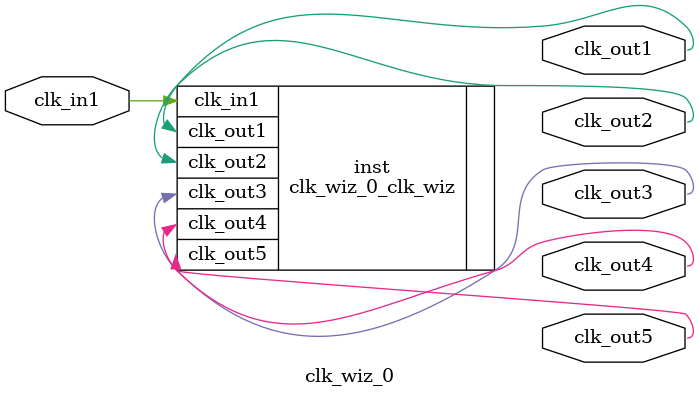
<source format=v>


`timescale 1ps/1ps

(* CORE_GENERATION_INFO = "clk_wiz_0,clk_wiz_v6_0_13_0_0,{component_name=clk_wiz_0,use_phase_alignment=true,use_min_o_jitter=false,use_max_i_jitter=false,use_dyn_phase_shift=false,use_inclk_switchover=false,use_dyn_reconfig=false,enable_axi=0,feedback_source=FDBK_AUTO,PRIMITIVE=MMCM,num_out_clk=5,clkin1_period=10.000,clkin2_period=10.000,use_power_down=false,use_reset=false,use_locked=false,use_inclk_stopped=false,feedback_type=SINGLE,CLOCK_MGR_TYPE=NA,manual_override=false}" *)

module clk_wiz_0 
 (
  // Clock out ports
  output        clk_out1,
  output        clk_out2,
  output        clk_out3,
  output        clk_out4,
  output        clk_out5,
 // Clock in ports
  input         clk_in1
 );

  clk_wiz_0_clk_wiz inst
  (
  // Clock out ports  
  .clk_out1(clk_out1),
  .clk_out2(clk_out2),
  .clk_out3(clk_out3),
  .clk_out4(clk_out4),
  .clk_out5(clk_out5),
 // Clock in ports
  .clk_in1(clk_in1)
  );

endmodule

</source>
